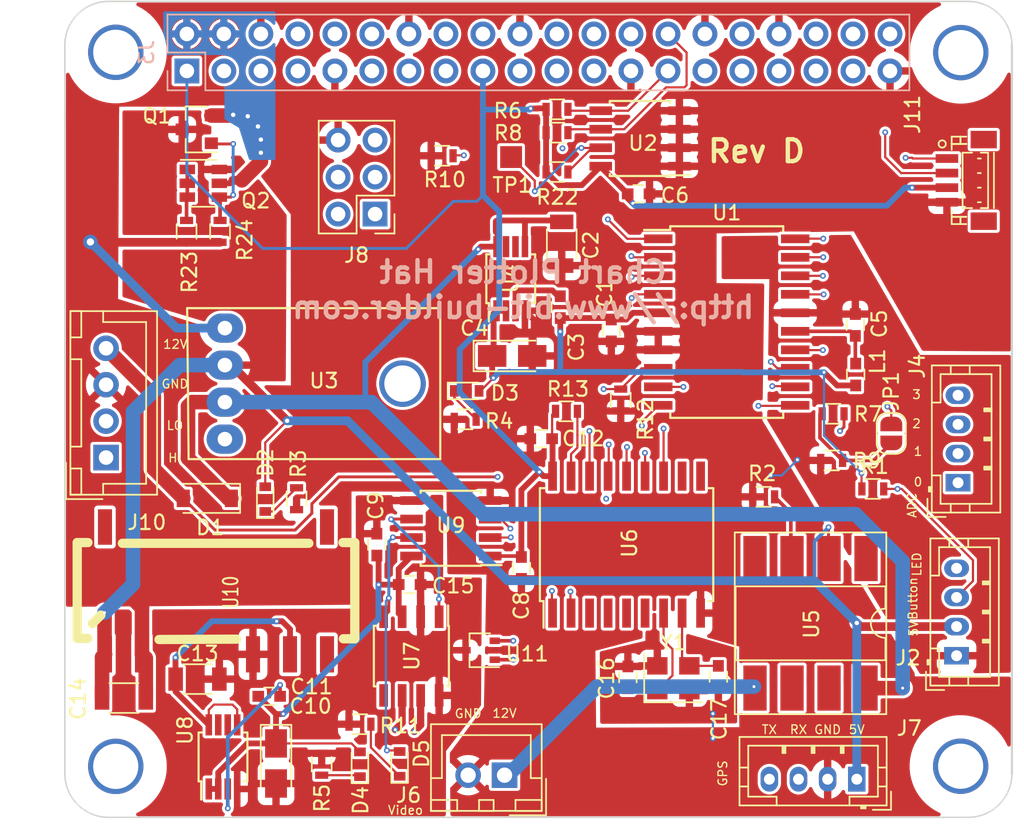
<source format=kicad_pcb>
(kicad_pcb (version 20241229) (generator "pcbnew") (generator_version "9.0")
  (title_block (title "Chart Plotter Hat") (date "2022-06-29") (rev "D") (company "bit-builder.com"))
  (layers (0 "F.Cu" signal) (4 "In1.Cu" signal) (6 "In2.Cu" signal) (2 "B.Cu" signal) (13 "F.Paste" user) (15 "B.Paste" user) (5 "F.SilkS" user "F.Silkscreen") (7 "B.SilkS" user "B.Silkscreen") (1 "F.Mask" user) (3 "B.Mask" user) (25 "Edge.Cuts" user))
  (net 0 "")
  (net 1 "GND")
  (net 2 "/ID_SD_EEPROM")
  (net 3 "/ID_SC_EEPROM")
  (net 4 "+3.3V")
  (net 5 "Net-(U4-BYP)")
  (net 6 "/P5V_HAT")
  (net 7 "+12V")
  (net 8 "XCLR")
  (net 9 "SCL")
  (net 10 "SDA")
  (net 11 "MOSI")
  (net 12 "MISO")
  (net 13 "SCK")
  (net 14 "A0")
  (net 15 "A1")
  (net 16 "A2")
  (net 17 "A3")
  (net 18 "Net-(U1-AVCC)")
  (net 19 "Net-(U8-BYP)")
  (net 20 "BUTTON")
  (net 21 "MCU_RUNNING")
  (net 22 "EN")
  (net 23 "SHUTDOWN")
  (net 24 "Net-(R2-Pad1)")
  (net 25 "SerialRX")
  (net 26 "SerialTX")
  (net 27 "RESET")
  (net 28 "EEPROM")
  (net 29 "EOC")
  (net 30 "Net-(U10-Vout)")
  (net 31 "/12VBAT")
  (net 32 "Net-(U6-OSC2)")
  (net 33 "+5V")
  (net 34 "Net-(U6-OSC1)")
  (net 35 "Net-(D2-K)")
  (net 36 "Net-(D3-K)")
  (net 37 "CAN_CS")
  (net 38 "CAN_INT")
  (net 39 "Net-(D4-K)")
  (net 40 "Net-(D5-A)")
  (net 41 "CAN_SCK")
  (net 42 "CAN_SI")
  (net 43 "CAN_SO")
  (net 44 "VEE")
  (net 45 "CAN_HI")
  (net 46 "CAN_LO")
  (net 47 "Net-(D5-K)")
  (net 48 "+5VP")
  (net 50 "LED1")
  (net 51 "AVR_CS")
  (net 52 "GND2")
  (net 61 "Net-(J6-Pin_1)")
  (net 63 "Net-(JP1-B)")
  (net 64 "Net-(Q1-G)")
  (net 65 "Net-(Q2A-B)")
  (net 66 "Net-(U6-~{RESET})")
  (net 73 "Net-(U6-RXCAN)")
  (net 75 "Net-(U6-TXCAN)")
  (net 81 "Net-(U7-TXD)")
  (footprint "project_footprints:NPTH_3mm_ID" (layer "F.Cu") (at 82.04 64.31)
    (property "Reference" "H1")
    (property "Value" "3mm_Mounting_Hole" (hide yes))
  )
  (footprint "project_footprints:NPTH_3mm_ID" (layer "F.Cu") (at 140.04 64.33)
    (property "Reference" "H2")
    (property "Value" "3mm_Mounting_Hole" (hide yes))
  )
  (footprint "project_footprints:NPTH_3mm_ID" (layer "F.Cu") (at 82.04 113.32)
    (property "Reference" "H3")
    (property "Value" "3mm_Mounting_Hole" (hide yes))
  )
  (footprint "project_footprints:NPTH_3mm_ID" (layer "F.Cu") (at 140.03 113.31)
    (property "Reference" "H4")
    (property "Value" "3mm_Mounting_Hole" (hide yes))
  )
  (footprint "Resistors_SMD:R_0603" (layer "F.Cu") (at 86.9 76.6 -90)
    (property "Reference" "R23")
    (property "Value" "10K")
  )
  (footprint "Resistors_SMD:R_0603" (layer "F.Cu") (at 89.2 76.6 -90)
    (property "Reference" "R24")
    (property "Value" "47K")
  )
  (footprint "Resistors_SMD:R_0603" (layer "F.Cu") (at 112.325 72.525)
    (property "Reference" "R22")
    (property "Value" "10K")
  )
  (footprint "Resistors_SMD:R_0603" (layer "F.Cu") (at 112.325 69.825)
    (property "Reference" "R8")
    (property "Value" "3.9K")
  )
  (footprint "Package_TO_SOT_SMD:SOT-23-6" (layer "F.Cu") (at 88.05 73.3)
    (property "Reference" "Q2")
    (property "Value" "DMMT5401")
  )
  (footprint "Package_TO_SOT_SMD:SOT-23" (layer "F.Cu") (at 87.6 69.6 180)
    (property "Reference" "Q1")
    (property "Value" "DMG2305UX")
  )
  (footprint "Package_SOIC:SOIC-8_3.9x4.9mm_P1.27mm" (layer "F.Cu") (at 118.025 70.225 180)
    (property "Reference" "U2")
    (property "Value" "CAT24C32")
  )
  (footprint "Resistors_SMD:R_0603" (layer "F.Cu") (at 112.325 68.225)
    (property "Reference" "R6")
    (property "Value" "3.9K")
  )
  (footprint "Capacitors_SMD:C_0603" (layer "F.Cu") (at 116.05 83.4 -90)
    (property "Reference" "C1")
    (property "Value" ".1uF")
  )
  (footprint "Capacitors_SMD:C_1206" (layer "F.Cu") (at 112.65 77.45 -90)
    (property "Reference" "C2")
    (property "Value" "1uF")
  )
  (footprint "Capacitors_SMD:C_0603" (layer "F.Cu") (at 112.55 81.8 90)
    (property "Reference" "C3")
    (property "Value" ".01uF")
  )
  (footprint "Capacitors_Tantalum_SMD:CP_Tantalum_Case-A_EIA-3216-18_Reflow" (layer "F.Cu") (at 109.25 85.15)
    (property "Reference" "C4")
    (property "Value" "10uF")
  )
  (footprint "Housings_SSOP:MSOP-8_3x3mm_Pitch0.65mm" (layer "F.Cu") (at 109.15 79.85 90)
    (property "Reference" "U4")
    (property "Value" "LT1762EMS8-3.3")
  )
  (footprint "Resistors_SMD:R_0603" (layer "F.Cu") (at 134 94.275)
    (property "Reference" "R1")
    (property "Value" "10K")
  )
  (footprint "Capacitors_SMD:C_0603" (layer "F.Cu") (at 132.8 83.025 90)
    (property "Reference" "C5")
    (property "Value" ".1uF")
  )
  (footprint "Resistors_SMD:R_0603" (layer "F.Cu") (at 126.51 94.82 180)
    (property "Reference" "R2")
    (property "Value" "1.6K")
  )
  (footprint "Connectors_JST:JST_XH_B02B-XH-A_02x2.50mm_Straight" (layer "F.Cu") (at 108.725 113.925 180)
    (property "Reference" "J6")
    (property "Value" "JST XH")
  )
  (footprint "Connectors_JST:JST_PH_B4B-PH-K_04x2.00mm_Straight" (layer "F.Cu") (at 132.9 114.2 180)
    (property "Reference" "J7")
    (property "Value" "JST PH")
  )
  (footprint "Pin_Headers:Pin_Header_Straight_2x03_Pitch2.54mm" (layer "F.Cu") (at 99.84 75.415 180)
    (property "Reference" "J8")
    (property "Value" "Conn_02x03_Odd_Even")
  )
  (footprint "Capacitors_SMD:C_0603" (layer "F.Cu") (at 117.925 74.025)
    (property "Reference" "C6")
    (property "Value" ".1uF")
  )
  (footprint "Housings_DIP:DIP-8_W8.89mm_SMDSocket_LongPads" (layer "F.Cu") (at 129.725 103.5 -90)
    (property "Reference" "U5")
    (property "Value" "G3VM-201FR")
  )
  (footprint "Connectors_JST:JST_PH_B4B-PH-K_04x2.00mm_Straight" (layer "F.Cu") (at 139.85 93.85 90)
    (property "Reference" "J4")
    (property "Value" "JST PH")
  )
  (footprint "Resistors_SMD:R_0603" (layer "F.Cu") (at 104.44 71.41)
    (property "Reference" "R10")
    (property "Value" "10K")
  )
  (footprint "Diodes_SMD:D_SOD-123" (layer "F.Cu") (at 88.325 94.925 180)
    (property "Reference" "D1")
    (property "Value" "PMEG3020EH")
  )
  (footprint "CustomComponents:SolderJumper-2_P1.3mm_Open_RoundedPad1.0x1.5mm" (layer "F.Cu") (at 135.27 90.47 -90)
    (property "Reference" "JP1")
    (property "Value" "SolderJumper_2_Open")
  )
  (footprint "Capacitors_SMD:C_0603" (layer "F.Cu") (at 132.825 86.425 -90)
    (property "Reference" "L1")
    (property "Value" "10uH")
  )
  (footprint "Resistors_SMD:R_0603" (layer "F.Cu") (at 131.275 89.12 180)
    (property "Reference" "R7")
    (property "Value" "39K")
  )
  (footprint "Resistors_SMD:R_0603" (layer "F.Cu") (at 131.175 92.32)
    (property "Reference" "R9")
    (property "Value" "12K")
  )
  (footprint "Capacitors_SMD:C_0603" (layer "F.Cu") (at 111.24 90.83 180)
    (property "Reference" "C12")
    (property "Value" ".1uF")
  )
  (footprint "Capacitors_SMD:C_0603" (layer "F.Cu") (at 102.21 100.84)
    (property "Reference" "C15")
    (property "Value" ".1uF")
  )
  (footprint "Capacitors_SMD:C_0603" (layer "F.Cu") (at 117.19 107.21 90)
    (property "Reference" "C16")
    (property "Value" "18pF")
  )
  (footprint "Capacitors_SMD:C_0603" (layer "F.Cu") (at 123.4 107.17 -90)
    (property "Reference" "C17")
    (property "Value" "18pF")
  )
  (footprint "Housings_SOIC:SOIC-18W_7.5x11.6mm_Pitch1.27mm" (layer "F.Cu") (at 117.1 98.1 90)
    (property "Reference" "U6")
    (property "Value" "MCP2515-xSO")
  )
  (footprint "Housings_SOIC:SOIC-8_3.9x4.9mm_Pitch1.27mm" (layer "F.Cu") (at 102.33 105.75 -90)
    (property "Reference" "U7")
    (property "Value" "MCP2551-I-SN")
  )
  (footprint "Crystals:Crystal_SMD_TXC_7M-4pin_3.2x2.5mm" (layer "F.Cu") (at 120.31 107.27)
    (property "Reference" "Y1")
    (property "Value" "16MHz")
  )
  (footprint "Capacitors_SMD:C_0603" (layer "F.Cu") (at 109.88 99.7 -90)
    (property "Reference" "C8")
    (property "Value" ".1uF")
  )
  (footprint "Capacitors_SMD:C_0603" (layer "F.Cu") (at 99.96 98.1 90)
    (property "Reference" "C9")
    (property "Value" ".1uF")
  )
  (footprint "Housings_SOIC:SOIC-8_3.9x4.9mm_Pitch1.27mm" (layer "F.Cu") (at 105.04 96.98 180)
    (property "Reference" "U9")
    (property "Value" "ADuM1281CRZ")
  )
  (footprint "Capacitors_Tantalum_SMD:CP_Tantalum_Case-A_EIA-3216-18_Reflow" (layer "F.Cu") (at 93.04 113.12 -90)
    (property "Reference" "C10")
    (property "Value" "10uF")
  )
  (footprint "Capacitors_SMD:C_0603" (layer "F.Cu") (at 92.57 108.51)
    (property "Reference" "C11")
    (property "Value" ".01uF")
  )
  (footprint "Housings_SSOP:MSOP-8_3x3mm_Pitch0.65mm" (layer "F.Cu") (at 89.4 112.67 90)
    (property "Reference" "U8")
    (property "Value" "LT1762EMS8-5")
  )
  (footprint "Capacitors_SMD:C_1206" (layer "F.Cu") (at 82.6 108.63)
    (property "Reference" "C14")
    (property "Value" "2.2uF")
  )
  (footprint "CustomComponents:Adafruit_MPM3610" (layer "F.Cu") (at 89.53 87.05 -90)
    (property "Reference" "U3")
    (property "Value" "MPM3610-5.0-adafruit")
  )
  (footprint "Capacitors_SMD:C_1206" (layer "F.Cu") (at 87.65 107.33)
    (property "Reference" "C13")
    (property "Value" "1uF")
  )
  (footprint "TO_SOT_Packages_SMD:SOT-323_SC-70" (layer "F.Cu") (at 107.05 105.35 180)
    (property "Reference" "U11")
    (property "Value" "VCAN26A2")
  )
  (footprint "Diodes_SMD:D_0603" (layer "F.Cu") (at 92.3 94.975 90)
    (property "Reference" "D2")
    (property "Value" "RED")
  )
  (footprint "Diodes_SMD:D_0603" (layer "F.Cu") (at 106.125 87.55)
    (property "Reference" "D3")
    (property "Value" "RED")
  )
  (footprint "Diodes_SMD:D_0603" (layer "F.Cu") (at 98.8 113.175 90)
    (property "Reference" "D4")
    (property "Value" "RED")
  )
  (footprint "Diodes_SMD:D_0603" (layer "F.Cu") (at 101.525 113.15 90)
    (property "Reference" "D5")
    (property "Value" "GRN")
  )
  (footprint "Resistors_SMD:R_0603" (layer "F.Cu") (at 94.45 94.95 90)
    (property "Reference" "R3")
    (property "Value" "390")
  )
  (footprint "Resistors_SMD:R_0603" (layer "F.Cu") (at 106.025 89.5)
    (property "Reference" "R4")
    (property "Value" "220")
  )
  (footprint "Resistors_SMD:R_0603" (layer "F.Cu") (at 96.175 113.175 -90)
    (property "Reference" "R5")
    (property "Value" "390")
  )
  (footprint "Resistors_SMD:R_0603" (layer "F.Cu") (at 98.8 110.425)
    (property "Reference" "R11")
    (property "Value" "300")
  )
  (footprint "Connectors_JST:JST_SH_BM04B-SRSS-TB_04x1.00mm_Straight" (layer "F.Cu") (at 140.35 73.1 -90)
    (property "Reference" "J11")
    (property "Value" "Qwiic")
  )
  (footprint "Resistors_SMD:R_0603" (layer "F.Cu") (at 116.7 88.175 90)
    (property "Reference" "R12")
    (property "Value" "1.6K")
  )
  (footprint "Measurement_Points:Measurement_Point_Square-SMD-Pad_Small" (layer "F.Cu") (at 109.175 71.5)
    (property "Reference" "TP1")
    (property "Value" "EEPROM Write")
  )
  (footprint "Resistors_SMD:R_0603" (layer "F.Cu") (at 112.975 88.95 180)
    (property "Reference" "R13")
    (property "Value" "100K")
  )
  (footprint "Connectors_JST:JST_XH_B04B-XH-A_04x2.50mm_Straight" (layer "F.Cu") (at 81.375 92.125 90)
    (property "Reference" "J10")
    (property "Value" "JST XH")
  )
  (footprint "CustomComponents:DCP01B_SO_7_14" (layer "F.Cu") (at 88.92 101.26 90)
    (property "Reference" "U10")
    (property "Value" "DCP010505BP-U")
  )
  (footprint "Housings_SOIC:SOIC-20W_7.5x12.8mm_Pitch1.27mm" (layer "F.Cu") (at 123.975 82.825)
    (property "Reference" "U1")
    (property "Value" "ATtiny261A-SU")
  )
  (footprint "Connectors_JST:JST_PH_B4B-PH-K_04x2.00mm_Straight" (layer "F.Cu") (at 139.75 105.725 90)
    (property "Reference" "J2")
    (property "Value" "JST PH")
  )
  (footprint "Connector_PinSocket_2.54mm:PinSocket_2x20_P2.54mm_Vertical" (layer "B.Cu") (at 86.92 65.59 -90)
    (property "Reference" "J3")
    (property "Value" "40HAT")
  )
  (gr_line (start 143.546351 113.822847) (end 143.546356 63.817611) (stroke (width 0.15)) (layer "Edge.Cuts"))
  (gr_arc (start 81.546356 116.817611) (mid 79.425036 115.938931) (end 78.546356 113.817611) (stroke (width 0.1)) (layer "Edge.Cuts"))
  (gr_arc (start 140.546356 60.817611) (mid 142.667676 61.696291) (end 143.546356 63.817611) (stroke (width 0.1)) (layer "Edge.Cuts"))
  (gr_line (start 78.546356 63.817611) (end 78.546356 113.817611) (stroke (width 0.1)) (layer "Edge.Cuts"))
  (gr_line (start 81.546356 116.817611) (end 140.546356 116.817611) (stroke (width 0.1)) (layer "Edge.Cuts"))
  (gr_line (start 140.546356 60.817611) (end 81.546356 60.817611) (stroke (width 0.1)) (layer "Edge.Cuts"))
  (gr_arc (start 78.546356 63.817611) (mid 79.425036 61.696291) (end 81.546356 60.817611) (stroke (width 0.1)) (layer "Edge.Cuts"))
  (gr_arc (start 143.546351 113.822847) (mid 142.665824 115.940781) (end 140.546356 116.817611) (stroke (width 0.1)) (layer "Edge.Cuts"))
  (gr_text "GND" (at 130.9 110.8 0) (layer "F.SilkS") (effects (font (size 0.6 0.6) (thickness 0.09))))
  (gr_text "Button" (at 136.75 101.8 90) (layer "F.SilkS") (effects (font (size 0.6 0.6) (thickness 0.09))))
  (gr_text "5V" (at 136.8 103.85 90) (layer "F.SilkS") (effects (font (size 0.6 0.6) (thickness 0.09))))
  (gr_text "HI" (at 86.1 92.15 0) (layer "F.SilkS") (effects (font (size 0.6 0.6) (thickness 0.09))))
  (gr_text "GPS" (at 123.7 113.8 90) (layer "F.SilkS") (effects (font (size 0.6 0.6) (thickness 0.09))))
  (gr_text "LO" (at 86.1 89.925 0) (layer "F.SilkS") (effects (font (size 0.6 0.6) (thickness 0.09))))
  (gr_text "0" (at 137.1 93.8 0) (layer "F.SilkS") (effects (font (size 0.6 0.6) (thickness 0.09))))
  (gr_text "RX" (at 128.9 110.8 0) (layer "F.SilkS") (effects (font (size 0.6 0.6) (thickness 0.09))))
  (gr_text "GND" (at 106.225 109.7 0) (layer "F.SilkS") (effects (font (size 0.6 0.6) (thickness 0.09))))
  (gr_text "12V" (at 86.125 84.35 0) (layer "F.SilkS") (effects (font (size 0.6 0.6) (thickness 0.09))))
  (gr_text "TX" (at 126.9 110.8 0) (layer "F.SilkS") (effects (font (size 0.6 0.6) (thickness 0.09))))
  (gr_text "12V" (at 108.725 109.675 0) (layer "F.SilkS") (effects (font (size 0.6 0.6) (thickness 0.09))))
  (gr_text "2" (at 137 89.8 0) (layer "F.SilkS") (effects (font (size 0.6 0.6) (thickness 0.09))))
  (gr_text "1" (at 137.1 91.7 0) (layer "F.SilkS") (effects (font (size 0.6 0.6) (thickness 0.09))))
  (gr_text "GND" (at 86.1 87.075 0) (layer "F.SilkS") (effects (font (size 0.6 0.6) (thickness 0.09))))
  (gr_text "ADC" (at 136.7 95.4 90) (layer "F.SilkS") (effects (font (size 0.6 0.6) (thickness 0.09))))
  (gr_text "5V" (at 132.9 110.8 0) (layer "F.SilkS") (effects (font (size 0.6 0.6) (thickness 0.09))))
  (gr_text "3" (at 137 87.8 0) (layer "F.SilkS") (effects (font (size 0.6 0.6) (thickness 0.09))))
  (gr_text "Video" (at 101.925 116.325 0) (layer "F.SilkS") (effects (font (size 0.6 0.6) (thickness 0.09))))
  (gr_text "LED" (at 137.025 99.45 90) (layer "F.SilkS") (effects (font (size 0.6 0.6) (thickness 0.09))))
  (gr_text "Rev D" (at 126.025 71.1 0) (layer "F.SilkS") (effects (font (size 1.5 1.5) (thickness 0.3))))
  (gr_text "Chart Plotter Hat\nhttp://www.bit-builder.com" (at 110 80.6 0) (layer "B.SilkS") (effects (font (size 1.5 1.5) (thickness 0.3)) (justify mirror)))
  (segment (start 80.325 77.35) (end 80.3 77.325) (width 0.6) (layer "F.Cu") (net 1))
  (segment (start 84.1 108.63) (end 84.1 105.8888) (width 1) (layer "F.Cu") (net 1))
  (segment (start 138.9875 74.7) (end 139.0875 74.6) (width 0.15) (layer "F.Cu") (net 1))
  (segment (start 110.725 85.05) (end 110.725 82.65) (width 0.4) (layer "F.Cu") (net 1))
  (segment (start 84.1 105.8888) (end 83.84 105.6288) (width 1) (layer "F.Cu") (net 1))
  (segment (start 83.84 102.45) (end 81.48 100.09) (width 1) (layer "F.Cu") (net 1))
  (segment (start 86.9 77.35) (end 80.325 77.35) (width 0.6) (layer "F.Cu") (net 1))
  (segment (start 83.84 105.6288) (end 83.84 102.45) (width 1) (layer "F.Cu") (net 1))
  (segment (start 119.275 83.46) (end 119.275 84.73) (width 0.15) (layer "F.Cu") (net 1))
  (segment (start 86.9 77.35) (end 89.2 77.35) (width 0.6) (layer "F.Cu") (net 1))
  (segment (start 110.725 82.65) (end 110.125 82.05) (width 0.4) (layer "F.Cu") (net 1))
  (via (at 123.025 109.7) (size 0.4) (drill 0.2) (layers "F.Cu" "B.Cu") (net 1))
  (via (at 128.825 92.275) (size 0.4) (drill 0.2) (layers "F.Cu" "B.Cu") (net 1))
  (via (at 123.025 111.400004) (size 0.4) (drill 0.2) (layers "F.Cu" "B.Cu") (net 1))
  (via (at 80.3 77.325) (size 1) (drill 0.5) (layers "F.Cu" "B.Cu") (net 1))
  (via (at 127 93.35) (size 0.4) (drill 0.2) (layers "F.Cu" "B.Cu") (net 1))
  (segment (start 127.75 93.35) (end 128.825 92.275) (width 0.15) (layer "B.Cu") (net 1))
  (segment (start 86.215 83.24) (end 80.3 77.325) (width 0.6) (layer "B.Cu") (net 1))
  (segment (start 89.53 83.24) (end 86.215 83.24) (width 0.6) (layer "B.Cu") (net 1))
  (segment (start 123.025 109.7) (end 123.025 111.400004) (width 0.15) (layer "B.Cu") (net 1))
  (segment (start 127 93.35) (end 127.75 93.35) (width 0.15) (layer "B.Cu") (net 1))
  (segment (start 115.325 68.32) (end 117.21 68.32) (width 0.15) (layer "F.Cu") (net 2))
  (segment (start 115.325 68.32) (end 113.17 68.32) (width 0.15) (layer "F.Cu") (net 2))
  (segment (start 113.17 68.32) (end 113.075 68.225) (width 0.15) (layer "F.Cu") (net 2))
  (segment (start 117.21 68.32) (end 119.94 65.59) (width 0.15) (layer "F.Cu") (net 2))
  (segment (start 113.31 69.59) (end 113.075 69.825) (width 0.15) (layer "F.Cu") (net 3))
  (segment (start 119.809999 66.715001) (end 116.935 69.59) (width 0.15) (layer "F.Cu") (net 3))
  (segment (start 121.21896 66.57104) (end 121.074999 66.715001) (width 0.15) (layer "F.Cu") (net 3))
  (segment (start 121.21896 64.32896) (end 121.21896 66.57104) (width 0.15) (layer "F.Cu") (net 3))
  (segment (start 116.935 69.59) (end 116.16 69.59) (width 0.15) (layer "F.Cu") (net 3))
  (segment (start 121.074999 66.715001) (end 119.809999 66.715001) (width 0.15) (layer "F.Cu") (net 3))
  (segment (start 116.16 69.59) (end 115.325 69.59) (width 0.15) (layer "F.Cu") (net 3))
  (segment (start 115.325 69.59) (end 113.31 69.59) (width 0.15) (layer "F.Cu") (net 3))
  (segment (start 119.94 63.05) (end 121.21896 64.32896) (width 0.15) (layer "F.Cu") (net 3))
  (segment (start 112.55 82.55) (end 112.55 83.48) (width 0.4) (layer "F.Cu") (net 4))
  (segment (start 107.875 85.15) (end 107.875 86.575) (width 0.4) (layer "F.Cu") (net 4))
  (segment (start 107.875 86.575) (end 107.96 86.66) (width 0.4) (layer "F.Cu") (net 4))
  (segment (start 117.075 82.65) (end 117.535 82.19) (width 0.4) (layer "F.Cu") (net 4))
  (segment (start 107.07 87.55) (end 107.96 86.66) (width 0.15) (layer "F.Cu") (net 4))
  (segment (start 112.55 82.55) (end 115.95 82.55) (width 0.4) (layer "F.Cu") (net 4))
  (segment (start 132.825 87.175) (end 131.54999 87.175) (width 0.4) (layer "F.Cu") (net 4))
  (segment (start 108.175 82.05) (end 108.825 82.05) (width 0.4) (layer "F.Cu") (net 4))
  (segment (start 133.225 94.25) (end 133.25 94.275) (width 0.15) (layer "F.Cu") (net 4))
  (segment (start 116.05 82.65) (end 117.075 82.65) (width 0.4) (layer "F.Cu") (net 4))
  (segment (start 107.975 85.05) (end 107.975 82.25) (width 0.4) (layer "F.Cu") (net 4))
  (segment (start 131.54999 87.175) (end 130.649995 86.275005) (width 0.4) (layer "F.Cu") (net 4))
  (segment (start 115.95 82.55) (end 116.05 82.65) (width 0.4) (layer "F.Cu") (net 4))
  (segment (start 117.535 82.19) (end 119.275 82.19) (width 0.4) (layer "F.Cu") (net 4))
  (segment (start 133.225 93.2) (end 133.225 94.25) (width 0.15) (layer "F.Cu") (net 4))
  (segment (start 106.975 87.55) (end 107.07 87.55) (width 0.15) (layer "F.Cu") (net 4))
  (segment (start 107.975 85.05) (end 107.975 82.9) (width 0.4) (layer "F.Cu") (net 4))
  (segment (start 107.975 82.25) (end 108.175 82.05) (width 0.4) (layer "F.Cu") (net 4))
  (via (at 107.96 86.66) (size 0.4) (drill 0.2) (layers "F.Cu" "B.Cu") (net 4))
  (via (at 133.225 93.2) (size 0.4) (drill 0.2) (layers "F.Cu" "B.Cu") (net 4))
  (via (at 112.55 83.48) (size 0.4) (drill 0.2) (layers "F.Cu" "B.Cu") (net 4))
  (via (at 130.649995 86.275005) (size 0.4) (drill 0.2) (layers "F.Cu" "B.Cu") (net 4))
  (segment (start 112.55 86.24) (end 112.56 86.25) (width 0.4) (layer "B.Cu") (net 4))
  (segment (start 130.649995 86.275005) (end 130.649995 90.624995) (width 0.15) (layer "B.Cu") (net 4))
  (segment (start 125.061999 86.275005) (end 130.649995 86.275005) (width 0.4) (layer "B.Cu") (net 4))
  (segment (start 130.649995 90.624995) (end 133.225 93.2) (width 0.15) (layer "B.Cu") (net 4))
  (segment (start 107.96 86.66) (end 108.37 86.25) (width 0.4) (layer "B.Cu") (net 4))
  (segment (start 112.55 83.48) (end 112.55 86.24) (width 0.4) (layer "B.Cu") (net 4))
  (segment (start 112.56 86.25) (end 125.036994 86.25) (width 0.4) (layer "B.Cu") (net 4))
  (segment (start 125.036994 86.25) (end 125.061999 86.275005) (width 0.4) (layer "B.Cu") (net 4))
  (segment (start 108.37 86.25) (end 112.56 86.25) (width 0.4) (layer "B.Cu") (net 4))
  (segment (start 109.475 82.05) (end 109.475 80.725) (width 0.4) (layer "F.Cu") (net 5))
  (segment (start 112 80.65) (end 112.55 81.2) (width 0.4) (layer "F.Cu") (net 5))
  (segment (start 109.475 80.725) (end 109.55 80.65) (width 0.4) (layer "F.Cu") (net 5))
  (segment (start 109.55 80.65) (end 112 80.65) (width 0.4) (layer "F.Cu") (net 5))
  (segment (start 91.8 69.4) (end 92 69.6) (width 1) (layer "F.Cu") (net 6))
  (segment (start 89.35 73.3) (end 89.88 73.3) (width 0.4) (layer "F.Cu") (net 6))
  (segment (start 90.7 68.6) (end 91 68.6) (width 1) (layer "F.Cu") (net 6))
  (segment (start 90.7 73.1) (end 90.08 73.1) (width 0.6) (layer "F.Cu") (net 6))
  (segment (start 91 68.6) (end 91.8 69.4) (width 1) (layer "F.Cu") (net 6))
  (segment (start 89.88 73.3) (end 90.08 73.1) (width 0.4) (layer "F.Cu") (net 6))
  (segment (start 92 69.6) (end 92 71.8) (width 1) (layer "F.Cu") (net 6))
  (segment (start 88.6 68.65) (end 90.65 68.65) (width 1) (layer "F.Cu") (net 6))
  (segment (start 92 71.8) (end 90.7 73.1) (width 1) (layer "F.Cu") (net 6))
  (via (at 90.1 68.6) (size 0.6) (drill 0.3) (layers "F.Cu" "B.Cu") (net 6))
  (via (at 92 71.2) (size 0.6) (drill 0.3) (layers "F.Cu" "B.Cu") (net 6))
  (via (at 91.8 69.4) (size 0.6) (drill 0.3) (layers "F.Cu" "B.Cu") (net 6))
  (via (at 92 70.3) (size 0.6) (drill 0.3) (layers "F.Cu" "B.Cu") (net 6))
  (via (at 91.1 68.7) (size 0.6) (drill 0.3) (layers "F.Cu" "B.Cu") (net 6))
  (segment (start 108.175 75.925) (end 108.175 76.625) (width 0.5) (layer "F.Cu") (net 7))
  (segment (start 110.125 75.925) (end 110.125 77.65) (width 0.4) (layer "F.Cu") (net 7))
  (segment (start 87 88.6) (end 87.28 88.32) (width 1) (layer "F.Cu") (net 7))
  (segment (start 87.28 88.32) (end 89.53 88.32) (width 1) (layer "F.Cu") (net 7))
  (segment (start 108.175 75.925) (end 108.25 75.85) (width 0.4) (layer "F.Cu") (net 7))
  (segment (start 107.1 77.65) (end 106.914117 77.835883) (width 0.4) (layer "F.Cu") (net 7))
  (segment (start 136.05 107.95) (end 133.54 107.95) (width 1) (layer "F.Cu") (net 7))
  (segment (start 89.975 94.925) (end 89.75 94.925) (width 1) (layer "F.Cu") (net 7))
  (segment (start 108.25 75.85) (end 110.05 75.85) (width 0.4) (layer "F.Cu") (net 7))
  (segment (start 108.175 77.65) (end 107.1 77.65) (width 0.4) (layer "F.Cu") (net 7))
  (segment (start 89.75 94.925) (end 87 92.175) (width 1) (layer "F.Cu") (net 7))
  (segment (start 87 92.175) (end 87 88.6) (width 1) (layer "F.Cu") (net 7))
  (segment (start 112.55 75.85) (end 112.65 75.95) (width 0.4) (layer "F.Cu") (net 7))
  (segment (start 110.05 75.85) (end 110.125 75.925) (width 0.4) (layer "F.Cu") (net 7))
  (segment (start 133.54 107.95) (end 133.535 107.945) (width 1) (layer "F.Cu") (net 7))
  (segment (start 110.05 75.85) (end 112.55 75.85) (width 0.4) (layer "F.Cu") (net 7))
  (segment (start 108.175 77.65) (end 108.175 76.625) (width 0.25) (layer "F.Cu") (net 7))
  (via (at 106.914117 77.835883) (size 0.4) (drill 0.2) (layers "F.Cu" "B.Cu") (net 7))
  (via (at 136.05 107.95) (size 0.4) (drill 0.2) (layers "F.Cu" "B.Cu") (net 7))
  (segment (start 99.17 88.32) (end 99.587998 88.32) (width 1) (layer "B.Cu") (net 7))
  (segment (start 136.05 99.25) (end 136.05 107.95) (width 1) (layer "B.Cu") (net 7))
  (segment (start 107.277997 96.009999) (end 132.809999 96.009999) (width 1) (layer "B.Cu") (net 7))
  (segment (start 132.809999 96.009999) (end 136.05 99.25) (width 1) (layer "B.Cu") (net 7))
  (segment (start 99.17 88.32) (end 99.17 85.58) (width 0.4) (layer "B.Cu") (net 7))
  (segment (start 89.53 88.32) (end 99.17 88.32) (width 1) (layer "B.Cu") (net 7))
  (segment (start 99.587998 88.32) (end 107.277997 96.009999) (width 1) (layer "B.Cu") (net 7))
  (segment (start 99.17 85.58) (end 106.914117 77.835883) (width 0.4) (layer "B.Cu") (net 7))
  (segment (start 136.7 71.55) (end 136.75 71.6) (width 0.15) (layer "F.Cu") (net 9))
  (segment (start 136.25 71.55) (end 136.7 71.55) (width 0.15) (layer "F.Cu") (net 9))
  (segment (start 136.75 71.6) (end 139.0875 71.6) (width 0.15) (layer "F.Cu") (net 9))
  (via (at 136.25 71.55) (size 0.4) (drill 0.2) (layers "F.Cu" "B.Cu") (net 9))
  (segment (start 134.85 71.5) (end 135.95 72.6) (width 0.15) (layer "F.Cu") (net 10))
  (segment (start 135.95 72.6) (end 139.0875 72.6) (width 0.15) (layer "F.Cu") (net 10))
  (segment (start 134.85 69.8) (end 134.85 71.5) (width 0.15) (layer "F.Cu") (net 10))
  (via (at 134.85 69.8) (size 0.4) (drill 0.2) (layers "F.Cu" "B.Cu") (net 10))
  (segment (start 117.149127 77.11) (end 115.814117 75.77499) (width 0.15) (layer "F.Cu") (net 11))
  (segment (start 119.275 77.11) (end 117.149127 77.11) (width 0.15) (layer "F.Cu") (net 11))
  (via (at 115.814117 75.77499) (size 0.4) (drill 0.2) (layers "F.Cu" "B.Cu") (net 11))
  (segment (start 119.275 78.38) (end 117.505 78.38) (width 0.15) (layer "F.Cu") (net 12))
  (segment (start 117.505 78.38) (end 117.425 78.3) (width 0.15) (layer "F.Cu") (net 12))
  (via (at 112.7 70.9) (size 0.4) (drill 0.2) (layers "F.Cu" "B.Cu") (net 12))
  (via (at 117.425 78.3) (size 0.4) (drill 0.2) (layers "F.Cu" "B.Cu") (net 12))
  (segment (start 119.275 79.65) (end 117.525002 79.65) (width 0.15) (layer "F.Cu") (net 13))
  (segment (start 117.525002 79.65) (end 117.450002 79.725) (width 0.15) (layer "F.Cu") (net 13))
  (via (at 117.450002 79.725) (size 0.4) (drill 0.2) (layers "F.Cu" "B.Cu") (net 13))
  (segment (start 128.685 77.1) (end 128.675 77.11) (width 0.15) (layer "F.Cu") (net 14))
  (segment (start 130.6 77.1) (end 128.685 77.1) (width 0.15) (layer "F.Cu") (net 14))
  (via (at 130.6 77.1) (size 0.4) (drill 0.2) (layers "F.Cu" "B.Cu") (net 14))
  (segment (start 130.6 78.375) (end 128.68 78.375) (width 0.15) (layer "F.Cu") (net 15))
  (segment (start 128.68 78.375) (end 128.675 78.38) (width 0.15) (layer "F.Cu") (net 15))
  (via (at 130.6 78.375) (size 0.4) (drill 0.2) (layers "F.Cu" "B.Cu") (net 15))
  (segment (start 130.575 79.65) (end 128.675 79.65) (width 0.15) (layer "F.Cu") (net 16))
  (via (at 130.575 79.65) (size 0.4) (drill 0.2) (layers "F.Cu" "B.Cu") (net 16))
  (segment (start 135.27 88.895) (end 135 88.625) (width 0.15) (layer "F.Cu") (net 17))
  (segment (start 135.27 89.82) (end 135.27 88.895) (width 0.15) (layer "F.Cu") (net 17))
  (segment (start 130.625 80.925) (end 128.68 80.925) (width 0.15) (layer "F.Cu") (net 17))
  (segment (start 128.68 80.925) (end 128.675 80.92) (width 0.15) (layer "F.Cu") (net 17))
  (via (at 130.625 80.925) (size 0.4) (drill 0.2) (layers "F.Cu" "B.Cu") (net 17))
  (via (at 135 88.625) (size 0.4) (drill 0.2) (layers "F.Cu" "B.Cu") (net 17))
  (segment (start 132.485 83.46) (end 132.8 83.775) (width 0.25) (layer "F.Cu") (net 18))
  (segment (start 128.675 83.46) (end 132.485 83.46) (width 0.25) (layer "F.Cu") (net 18))
  (segment (start 132.8 83.775) (end 132.8 85.65) (width 0.25) (layer "F.Cu") (net 18))
  (segment (start 132.8 85.65) (end 132.825 85.675) (width 0.25) (layer "F.Cu") (net 18))
  (segment (start 93.32 107.73) (end 93.32 108.51) (width 0.25) (layer "F.Cu") (net 19))
  (segment (start 89.725 116.195) (end 89.73 116.2) (width 0.25) (layer "F.Cu") (net 19))
  (segment (start 89.725 114.87) (end 89.725 116.195) (width 0.25) (layer "F.Cu") (net 19))
  (via (at 89.73 116.2) (size 0.4) (drill 0.2) (layers "F.Cu" "B.Cu") (net 19))
  (via (at 93.32 107.73) (size 0.4) (drill 0.2) (layers "F.Cu" "B.Cu") (net 19))
  (segment (start 89.73 116.2) (end 89.73 111.32) (width 0.25) (layer "B.Cu") (net 19))
  (segment (start 89.73 111.32) (end 93.32 107.73) (width 0.25) (layer "B.Cu") (net 19))
  (segment (start 119.28 87.275) (end 119.275 87.27) (width 0.15) (layer "F.Cu") (net 20))
  (segment (start 121 87.275) (end 119.28 87.275) (width 0.15) (layer "F.Cu") (net 20))
  (segment (start 140.87501 100.59999) (end 140.87501 99.167168) (width 0.15) (layer "F.Cu") (net 20))
  (segment (start 140.87501 99.167168) (end 135.982842 94.275) (width 0.15) (layer "F.Cu") (net 20))
  (segment (start 139.75 101.725) (end 140.87501 100.59999) (width 0.15) (layer "F.Cu") (net 20))
  (segment (start 135.7 94.275) (end 134.75 94.275) (width 0.15) (layer "F.Cu") (net 20))
  (segment (start 135.982842 94.275) (end 135.7 94.275) (width 0.15) (layer "F.Cu") (net 20))
  (via (at 121 87.275) (size 0.4) (drill 0.2) (layers "F.Cu" "B.Cu") (net 20))
  (via (at 135.7 94.275) (size 0.4) (drill 0.2) (layers "F.Cu" "B.Cu") (net 20))
  (segment (start 128.64 88.575) (end 128.675 88.54) (width 0.15) (layer "F.Cu") (net 21))
  (segment (start 105.93 71.38) (end 105.22 71.38) (width 0.15) (layer "F.Cu") (net 21))
  (segment (start 126.15 88.575) (end 128.64 88.575) (width 0.15) (layer "F.Cu") (net 21))
  (segment (start 105.22 71.38) (end 105.19 71.41) (width 0.15) (layer "F.Cu") (net 21))
  (via (at 105.93 71.38) (size 0.4) (drill 0.2) (layers "F.Cu" "B.Cu") (net 21))
  (via (at 126.15 88.575) (size 0.4) (drill 0.2) (layers "F.Cu" "B.Cu") (net 21))
  (segment (start 115.525 87.425) (end 116.7 87.425) (width 0.15) (layer "F.Cu") (net 22))
  (segment (start 116.7 87.425) (end 118.125 86) (width 0.15) (layer "F.Cu") (net 22))
  (segment (start 118.125 86) (end 119.275 86) (width 0.15) (layer "F.Cu") (net 22))
  (via (at 115.525 87.425) (size 0.4) (drill 0.2) (layers "F.Cu" "B.Cu") (net 22))
  (segment (start 127.45 86) (end 128.675 86) (width 0.15) (layer "F.Cu") (net 23))
  (segment (start 127 85.55) (end 127.45 86) (width 0.15) (layer "F.Cu") (net 23))
  (via (at 127 85.55) (size 0.4) (drill 0.2) (layers "F.Cu" "B.Cu") (net 23))
  (segment (start 127.26 94.82) (end 128.375 95.935) (width 0.25) (layer "F.Cu") (net 24))
  (segment (start 128.375 98.975) (end 128.455 99.055) (width 0.25) (layer "F.Cu") (net 24))
  (segment (start 128.375 95.935) (end 128.375 98.975) (width 0.25) (layer "F.Cu") (net 24))
  (segment (start 118.15 89.95) (end 118.15 89.665) (width 0.15) (layer "F.Cu") (net 27))
  (segment (start 118.15 89.665) (end 119.275 88.54) (width 0.15) (layer "F.Cu") (net 27))
  (via (at 118.15 89.95) (size 0.4) (drill 0.2) (layers "F.Cu" "B.Cu") (net 27))
  (segment (start 127.1 87.225) (end 128.63 87.225) (width 0.15) (layer "F.Cu") (net 28))
  (segment (start 115.31 70.875) (end 115.325 70.86) (width 0.15) (layer "F.Cu") (net 28))
  (segment (start 114 70.875) (end 115.31 70.875) (width 0.15) (layer "F.Cu") (net 28))
  (segment (start 110.8 73.125) (end 109.175 71.5) (width 0.15) (layer "F.Cu") (net 28))
  (segment (start 128.63 87.225) (end 128.675 87.27) (width 0.15) (layer "F.Cu") (net 28))
  (segment (start 114.74 70.86) (end 115.325 70.86) (width 0.15) (layer "F.Cu") (net 28))
  (segment (start 113.075 72.525) (end 114.74 70.86) (width 0.15) (layer "F.Cu") (net 28))
  (segment (start 110.8 73.85) (end 110.8 73.125) (width 0.15) (layer "F.Cu") (net 28))
  (via (at 114 70.875) (size 0.4) (drill 0.2) (layers "F.Cu" "B.Cu") (net 28))
  (via (at 127.1 87.225) (size 0.4) (drill 0.2) (layers "F.Cu" "B.Cu") (net 28))
  (via (at 110.8 73.85) (size 0.4) (drill 0.2) (layers "F.Cu" "B.Cu") (net 28))
  (segment (start 113.775 70.875) (end 114 70.875) (width 0.15) (layer "B.Cu") (net 28))
  (segment (start 110.8 73.85) (end 113.775 70.875) (width 0.15) (layer "B.Cu") (net 28))
  (segment (start 86.14 105.85) (end 86.14 107.32) (width 0.4) (layer "F.Cu") (net 30))
  (segment (start 86.14 107.32) (end 86.15 107.33) (width 0.4) (layer "F.Cu") (net 30))
  (segment (start 94 103.9) (end 93.46 103.36) (width 0.4) (layer "F.Cu") (net 30))
  (segment (start 86.15 108.195) (end 88.425 110.47) (width 0.4) (layer "F.Cu") (net 30))
  (segment (start 90.375 109.405) (end 90.05 109.08) (width 0.15) (layer "F.Cu") (net 30))
  (segment (start 90.375 110.47) (end 90.375 109.405) (width 0.15) (layer "F.Cu") (net 30))
  (segment (start 86.15 107.33) (end 86.15 108.195) (width 0.4) (layer "F.Cu") (net 30))
  (segment (start 94 105.6288) (end 94 103.9) (width 0.4) (layer "F.Cu") (net 30))
  (segment (start 93.46 103.36) (end 93.08 103.36) (width 0.4) (layer "F.Cu") (net 30))
  (segment (start 88.78 109.08) (end 88.425 109.435) (width 0.15) (layer "F.Cu") (net 30))
  (segment (start 88.425 109.435) (end 88.425 110.47) (width 0.15) (layer "F.Cu") (net 30))
  (segment (start 90.05 109.08) (end 88.78 109.08) (width 0.15) (layer "F.Cu") (net 30))
  (via (at 86.14 105.85) (size 0.4) (drill 0.2) (layers "F.Cu" "B.Cu") (net 30))
  (via (at 93.08 103.36) (size 0.4) (drill 0.2) (layers "F.Cu" "B.Cu") (net 30))
  (segment (start 93.08 103.36) (end 88.63 103.36) (width 0.4) (layer "B.Cu") (net 30))
  (segment (start 88.63 103.36) (end 86.14 105.85) (width 0.4) (layer "B.Cu") (net 30))
  (segment (start 132.025 90.025) (end 131.75 90.3) (width 0.2) (layer "F.Cu") (net 31))
  (segment (start 132.025 89.12) (end 132.025 90.025) (width 0.2) (layer "F.Cu") (net 31))
  (segment (start 95.5 95.952) (end 94.352 97.1) (width 0.2) (layer "F.Cu") (net 31))
  (segment (start 108.25 93.45) (end 97.35 93.45) (width 0.2) (layer "F.Cu") (net 31))
  (segment (start 94.352 97.1) (end 88.85 97.1) (width 0.2) (layer "F.Cu") (net 31))
  (segment (start 84.65 87.9) (end 84.65 92.9) (width 1) (layer "F.Cu") (net 31))
  (segment (start 97.35 93.45) (end 95.5 95.3) (width 0.2) (layer "F.Cu") (net 31))
  (segment (start 95.5 95.3) (end 95.5 95.952) (width 0.2) (layer "F.Cu") (net 31))
  (segment (start 84.65 92.9) (end 86.675 94.925) (width 1) (layer "F.Cu") (net 31))
  (segment (start 81.375 84.625) (end 84.65 87.9) (width 1) (layer "F.Cu") (net 31))
  (segment (start 88.85 97.1) (end 86.675 94.925) (width 0.2) (layer "F.Cu") (net 31))
  (via (at 115.7 94.95) (size 0.4) (drill 0.2) (layers "F.Cu" "B.Cu") (net 31))
  (via (at 131.75 90.3) (size 0.4) (drill 0.2) (layers "F.Cu" "B.Cu") (net 31))
  (via (at 108.25 93.45) (size 0.4) (drill 0.2) (layers "F.Cu" "B.Cu") (net 31))
  (segment (start 119.21 108.12) (end 117.35 108.12) (width 0.15) (layer "F.Cu") (net 32))
  (segment (start 120.25 105.275) (end 120.25 107.08) (width 0.15) (layer "F.Cu") (net 32))
  (segment (start 119.64 104.665) (end 120.25 105.275) (width 0.15) (layer "F.Cu") (net 32))
  (segment (start 120.25 107.08) (end 119.21 108.12) (width 0.15) (layer "F.Cu") (net 32))
  (segment (start 119.64 102.8) (end 119.64 104.665) (width 0.15) (layer "F.Cu") (net 32))
  (segment (start 117.35 108.12) (end 117.19 107.96) (width 0.15) (layer "F.Cu") (net 32))
  (segment (start 130.96 99.02) (end 130.995 99.055) (width 0.2) (layer "F.Cu") (net 33))
  (segment (start 81.1 108.63) (end 81.1 105.8288) (width 1) (layer "F.Cu") (net 33))
  (segment (start 133.15 103.725) (end 132.9 103.475) (width 0.6) (layer "F.Cu") (net 33))
  (segment (start 130.96 96.91) (end 130.96 99.02) (width 0.2) (layer "F.Cu") (net 33))
  (segment (start 92.3 94.125) (end 92.3 91.1) (width 0.15) (layer "F.Cu") (net 33))
  (segment (start 81.1 105.8288) (end 81.3 105.6288) (width 1) (layer "F.Cu") (net 33))
  (segment (start 89.53 85.78) (end 89.98 85.78) (width 0.6) (layer "F.Cu") (net 33))
  (segment (start 139.75 103.725) (end 133.15 103.725) (width 0.6) (layer "F.Cu") (net 33))
  (segment (start 89.98 85.78) (end 93.8 89.6) (width 0.6) (layer "F.Cu") (net 33))
  (segment (start 92.3 91.1) (end 93.8 89.6) (width 0.15) (layer "F.Cu") (net 33))
  (segment (start 81.27 102.77) (end 81.27 105.5988) (width 1) (layer "F.Cu") (net 33))
  (segment (start 81.27 105.5988) (end 81.3 105.6288) (width 1) (layer "F.Cu") (net 33))
  (via (at 132.9 103.475) (size 0.6) (drill 0.3) (layers "F.Cu" "B.Cu") (net 33))
  (via (at 93.8 89.6) (size 0.6) (drill 0.3) (layers "F.Cu" "B.Cu") (net 33))
  (via (at 130.96 96.91) (size 0.4) (drill 0.2) (layers "F.Cu" "B.Cu") (net 33))
  (via (at 81.27 102.77) (size 0.4) (drill 0.2) (layers "F.Cu" "B.Cu") (net 33))
  (segment (start 89.53 85.78) (end 86.42 85.78) (width 1) (layer "B.Cu") (net 33))
  (segment (start 93.8 89.6) (end 97.95 89.6) (width 0.6) (layer "B.Cu") (net 33))
  (segment (start 132.9 114.2) (end 132.9 103.475) (width 0.6) (layer "B.Cu") (net 33))
  (segment (start 97.95 89.6) (end 108.924999 100.574999) (width 0.6) (layer "B.Cu") (net 33))
  (segment (start 83.225 100.815) (end 81.27 102.77) (width 1) (layer "B.Cu") (net 33))
  (segment (start 108.924999 100.574999) (end 129.999999 100.574999) (width 0.6) (layer "B.Cu") (net 33))
  (segment (start 83.225 88.975) (end 83.225 100.815) (width 1) (layer "B.Cu") (net 33))
  (segment (start 129.999999 97.870001) (end 130.96 96.91) (width 0.25) (layer "B.Cu") (net 33))
  (segment (start 86.42 85.78) (end 83.225 88.975) (width 1) (layer "B.Cu") (net 33))
  (segment (start 129.999999 100.574999) (end 129.999999 97.870001) (width 0.25) (layer "B.Cu") (net 33))
  (segment (start 129.999999 100.574999) (end 132.9 103.475) (width 0.6) (layer "B.Cu") (net 33))
  (segment (start 120.91 102.8) (end 120.91 105.92) (width 0.15) (layer "F.Cu") (net 34))
  (segment (start 121.41 106.42) (end 123.4 106.42) (width 0.15) (layer "F.Cu") (net 34))
  (segment (start 120.91 105.92) (end 121.41 106.42) (width 0.15) (layer "F.Cu") (net 34))
  (segment (start 92.3 95.825) (end 92.825 95.825) (width 0.15) (layer "F.Cu") (net 35))
  (segment (start 92.825 95.825) (end 94.45 94.2) (width 0.15) (layer "F.Cu") (net 35))
  (segment (start 105.275 88) (end 106.775 89.5) (width 0.15) (layer "F.Cu") (net 36))
  (segment (start 105.275 87.55) (end 105.275 88) (width 0.15) (layer "F.Cu") (net 36))
  (segment (start 114.56 90.31) (end 114.55 90.3) (width 0.15) (layer "F.Cu") (net 37))
  (segment (start 114.56 93.4) (end 114.56 90.31) (width 0.15) (layer "F.Cu") (net 37))
  (via (at 114.55 90.3) (size 0.4) (drill 0.2) (layers "F.Cu" "B.Cu") (net 37))
  (segment (start 119.64 93.4) (end 119.64 90.135) (width 0.15) (layer "F.Cu") (net 38))
  (via (at 119.64 90.135) (size 0.4) (drill 0.2) (layers "F.Cu" "B.Cu") (net 38))
  (segment (start 96.175 113.925) (end 98.7 113.925) (width 0.15) (layer "F.Cu") (net 39))
  (segment (start 98.7 113.925) (end 98.8 114.025) (width 0.15) (layer "F.Cu") (net 39))
  (segment (start 100.78 102.695) (end 100.425 103.05) (width 0.2) (layer "F.Cu") (net 40))
  (segment (start 101.45 112.225) (end 101.525 112.3) (width 0.15) (layer "F.Cu") (net 40))
  (segment (start 102.34 97.615) (end 101.075 97.615) (width 0.2) (layer "F.Cu") (net 40))
  (segment (start 101.075 97.615) (end 101.06 97.6) (width 0.2) (layer "F.Cu") (net 40))
  (segment (start 100.78 101.77) (end 100.78 102.695) (width 0.2) (layer "F.Cu") (net 40))
  (segment (start 100.65 112.225) (end 101.45 112.225) (width 0.15) (layer "F.Cu") (net 40))
  (via (at 100.78 101.77) (size 0.4) (drill 0.2) (layers "F.Cu" "B.Cu") (net 40))
  (via (at 101.06 97.6) (size 0.4) (drill 0.2) (layers "F.Cu" "B.Cu") (net 40))
  (via (at 100.65 112.225) (size 0.4) (drill 0.2) (layers "F.Cu" "B.Cu") (net 40))
  (segment (start 100.580001 112.155001) (end 100.65 112.225) (width 0.15) (layer "B.Cu") (net 40))
  (segment (start 100.580001 101.969999) (end 100.580001 112.155001) (width 0.15) (layer "B.Cu") (net 40))
  (segment (start 100.78 101.77) (end 100.580001 101.969999) (width 0.15) (layer "B.Cu") (net 40))
  (segment (start 101.06 97.6) (end 100.78 97.88) (width 0.2) (layer "B.Cu") (net 40))
  (segment (start 100.78 97.88) (end 100.78 101.77) (width 0.2) (layer "B.Cu") (net 40))
  (segment (start 118.37 91.81001) (end 118.36 91.80001) (width 0.15) (layer "F.Cu") (net 41))
  (segment (start 118.37 93.4) (end 118.37 91.81001) (width 0.15) (layer "F.Cu") (net 41))
  (via (at 118.36 91.80001) (size 0.4) (drill 0.2) (layers "F.Cu" "B.Cu") (net 41))
  (segment (start 117.1 91.42501) (end 117.125 91.40001) (width 0.15) (layer "F.Cu") (net 42))
  (segment (start 117.1 93.4) (end 117.1 91.42501) (width 0.15) (layer "F.Cu") (net 42))
  (via (at 117.125 91.40001) (size 0.4) (drill 0.2) (layers "F.Cu" "B.Cu") (net 42))
  (segment (start 115.875 91.225) (end 115.875 93.355) (width 0.15) (layer "F.Cu") (net 43))
  (segment (start 115.875 93.355) (end 115.83 93.4) (width 0.15) (layer "F.Cu") (net 43))
  (via (at 115.875 91.225) (size 0.4) (drill 0.2) (layers "F.Cu" "B.Cu") (net 43))
  (segment (start 109.815 98.885) (end 109.88 98.95) (width 0.25) (layer "F.Cu") (net 44))
  (segment (start 112.02 93.4) (end 112.02 90.86) (width 0.4) (layer "F.Cu") (net 44))
  (segment (start 111.505 68.155) (end 111.575 68.225) (width 0.4) (layer "F.Cu") (net 44))
  (segment (start 112.02 90.86) (end 111.99 90.83) (width 0.4) (layer "F.Cu") (net 44))
  (segment (start 112.02 93.4) (end 111.396766 93.4) (width 0.4) (layer "F.Cu") (net 44))
  (segment (start 111.575 72.525) (end 112.475 73.425) (width 0.4) (layer "F.Cu") (net 44))
  (segment (start 107.74 98.885) (end 109.815 98.885) (width 0.25) (layer "F.Cu") (net 44))
  (segment (start 110.962623 68.167377) (end 110.975 68.155) (width 0.4) (layer "F.Cu") (net 44))
  (segment (start 111.396766 93.4) (end 111.113383 93.116617) (width 0.4) (layer "F.Cu") (net 44))
  (segment (start 109.88 98.95) (end 109.88 94.35) (width 0.4) (layer "F.Cu") (net 44))
  (segment (start 114.03 73.425) (end 115.325 72.13) (width 0.4) (layer "F.Cu") (net 44))
  (segment (start 111.99 90.83) (end 111.99 89.185) (width 0.15) (layer "F.Cu") (net 44))
  (segment (start 115.325 72.175) (end 117.175 74.025) (width 0.4) (layer "F.Cu") (net 44))
  (segment (start 111.99 89.185) (end 112.225 88.95) (width 0.15) (layer "F.Cu") (net 44))
  (segment (start 136.7 73.6) (end 139.0875 73.6) (width 0.4) (layer "F.Cu") (net 44))
  (segment (start 117.175 74.328234) (end 117.523383 74.676617) (width 0.4) (layer "F.Cu") (net 44))
  (segment (start 115.325 72.13) (end 115.325 72.175) (width 0.4) (layer "F.Cu") (net 44))
  (segment (start 111.575 72.525) (end 111.575 69.825) (width 0.4) (layer "F.Cu") (net 44))
  (segment (start 110.975 68.155) (end 111.505 68.155) (width 0.4) (layer "F.Cu") (net 44))
  (segment (start 110.517377 68.167377) (end 110.962623 68.167377) (width 0.4) (layer "F.Cu") (net 44))
  (segment (start 111.575 68.225) (end 111.575 69.825) (width 0.4) (layer "F.Cu") (net 44))
  (segment (start 112.475 73.425) (end 114.03 73.425) (width 0.4) (layer "F.Cu") (net 44))
  (segment (start 117.175 74.025) (end 117.175 74.328234) (width 0.4) (layer "F.Cu") (net 44))
  (segment (start 109.88 94.35) (end 111.113383 93.116617) (width 0.4) (layer "F.Cu") (net 44))
  (via (at 110.517377 68.167377) (size 0.4) (drill 0.2) (layers "F.Cu" "B.Cu") (net 44))
  (via (at 117.523383 74.676617) (size 0.4) (drill 0.2) (layers "F.Cu" "B.Cu") (net 44))
  (via (at 111.113383 93.116617) (size 0.4) (drill 0.2) (layers "F.Cu" "B.Cu") (net 44))
  (via (at 136.7 73.6) (size 0.4) (drill 0.2) (layers "F.Cu" "B.Cu") (net 44))
  (segment (start 117.686766 74.84) (end 134.96 74.84) (width 0.4) (layer "B.Cu") (net 44))
  (segment (start 136.7 73.6) (end 136.2 73.6) (width 0.4) (layer "B.Cu") (net 44))
  (segment (start 101.98 77.77) (end 105.21 74.54) (width 0.2) (layer "B.Cu") (net 44))
  (segment (start 107.24 68.24) (end 107.24 74.13) (width 0.4) (layer "B.Cu") (net 44))
  (segment (start 108.36 75.25) (end 108.36 81.99) (width 0.4) (layer "B.Cu") (net 44))
  (segment (start 117.523383 74.676617) (end 117.686766 74.84) (width 0.4) (layer "B.Cu") (net 44))
  (segment (start 108.36 81.99) (end 105.65 84.7) (width 0.4) (layer "B.Cu") (net 44))
  (segment (start 110.444754 68.24) (end 110.517377 68.167377) (width 0.4) (layer "B.Cu") (net 44))
  (segment (start 107.24 68.24) (end 110.444754 68.24) (width 0.4) (layer "B.Cu") (net 44))
  (segment (start 105.21 74.54) (end 106.83 74.54) (width 0.2) (layer "B.Cu") (net 44))
  (segment (start 86.92 65.59) (end 86.92 72.58) (width 0.2) (layer "B.Cu") (net 44))
  (segment (start 107.24 65.59) (end 107.24 68.24) (width 0.4) (layer "B.Cu") (net 44))
  (segment (start 105.65 87.653234) (end 111.113383 93.116617) (width 0.4) (layer "B.Cu") (net 44))
  (segment (start 136.2 73.6) (end 134.96 74.84) (width 0.4) (layer "B.Cu") (net 44))
  (segment (start 107.24 74.13) (end 108.36 75.25) (width 0.4) (layer "B.Cu") (net 44))
  (segment (start 106.83 74.54) (end 107.24 74.13) (width 0.2) (layer "B.Cu") (net 44))
  (segment (start 92.11 77.77) (end 101.98 77.77) (width 0.2) (layer "B.Cu") (net 44))
  (segment (start 86.92 72.58) (end 92.11 77.77) (width 0.2) (layer "B.Cu") (net 44))
  (segment (start 105.65 84.7) (end 105.65 87.653234) (width 0.4) (layer "B.Cu") (net 44))
  (segment (start 102.965 108.45) (end 102.965 110.485) (width 0.5) (layer "F.Cu") (net 45))
  (segment (start 109.325 104.7) (end 108.05 104.7) (width 0.25) (layer "F.Cu") (net 45))
  (segment (start 102.965 110.485) (end 102.525 110.925) (width 0.5) (layer "F.Cu") (net 45))
  (via (at 102.525 110.925) (size 0.4) (drill 0.2) (layers "F.Cu" "B.Cu") (net 45))
  (via (at 109.325 104.7) (size 0.4) (drill 0.2) (layers "F.Cu" "B.Cu") (net 45))
  (segment (start 101.695 108.45) (end 101.695 110.33) (width 0.5) (layer "F.Cu") (net 46))
  (segment (start 109.325 106) (end 108.05 106) (width 0.25) (layer "F.Cu") (net 46))
  (segment (start 101.695 110.33) (end 101.225 110.8) (width 0.5) (layer "F.Cu") (net 46))
  (via (at 109.325 106) (size 0.4) (drill 0.2) (layers "F.Cu" "B.Cu") (net 46))
  (via (at 101.225 110.8) (size 0.4) (drill 0.2) (layers "F.Cu" "B.Cu") (net 46))
  (segment (start 99.55 112.025) (end 101.525 114) (width 0.15) (layer "F.Cu") (net 47))
  (segment (start 99.55 110.425) (end 99.55 112.025) (width 0.15) (layer "F.Cu") (net 47))
  (segment (start 93.04 109.73) (end 91.82 108.51) (width 0.4) (layer "F.Cu") (net 48))
  (segment (start 101.46 100.84) (end 101.46 99.765) (width 0.4) (layer "F.Cu") (net 48))
  (segment (start 101.46 100.84) (end 101.46 102.815) (width 0.4) (layer "F.Cu") (net 48))
  (segment (start 98.22 111.745) (end 98.8 112.325) (width 0.15) (layer "F.Cu") (net 48))
  (segment (start 101.45 100.85) (end 101.46 100.84) (width 0.4) (layer "F.Cu") (net 48))
  (segment (start 89.075 114.87) (end 89.075 113.745) (width 0.4) (layer "F.Cu") (net 48))
  (segment (start 100.08 100.85) (end 101.45 100.85) (width 0.4) (layer "F.Cu") (net 48))
  (segment (start 93.53 109.73) (end 93.54 109.72) (width 0.4) (layer "F.Cu") (net 48))
  (segment (start 93.04 111.745) (end 93.04 109.73) (width 0.4) (layer "F.Cu") (net 48))
  (segment (start 100.08 100.85) (end 100.08 98.97) (width 0.4) (layer "F.Cu") (net 48))
  (segment (start 89.075 113.745) (end 91.075 111.745) (width 0.4) (layer "F.Cu") (net 48))
  (segment (start 91.075 111.745) (end 93.04 111.745) (width 0.4) (layer "F.Cu") (net 48))
  (segment (start 101.46 99.765) (end 102.34 98.885) (width 0.4) (layer "F.Cu") (net 48))
  (segment (start 93.04 111.745) (end 98.22 111.745) (width 0.15) (layer "F.Cu") (net 48))
  (segment (start 101.46 102.815) (end 101.695 103.05) (width 0.4) (layer "F.Cu") (net 48))
  (segment (start 93.04 109.73) (end 93.53 109.73) (width 0.4) (layer "F.Cu") (net 48))
  (segment (start 88.425 114.87) (end 89.075 114.87) (width 0.4) (layer "F.Cu") (net 48))
  (segment (start 100.08 98.97) (end 99.96 98.85) (width 0.4) (layer "F.Cu") (net 48))
  (via (at 93.54 109.72) (size 0.4) (drill 0.2) (layers "F.Cu" "B.Cu") (net 48))
  (via (at 100.08 100.85) (size 0.4) (drill 0.2) (layers "F.Cu" "B.Cu") (net 48))
  (segment (start 93.54 109.72) (end 100.07 103.19) (width 0.4) (layer "B.Cu") (net 48))
  (segment (start 100.07 100.86) (end 100.08 100.85) (width 0.4) (layer "B.Cu") (net 48))
  (segment (start 100.07 103.19) (end 100.07 100.86) (width 0.4) (layer "B.Cu") (net 48))
  (segment (start 128.695 84.75) (end 128.675 84.73) (width 0.15) (layer "F.Cu") (net 50))
  (segment (start 130.575 84.75) (end 128.695 84.75) (width 0.15) (layer "F.Cu") (net 50))
  (via (at 130.575 84.75) (size 0.4) (drill 0.2) (layers "F.Cu" "B.Cu") (net 50))
  (segment (start 117.705 80.92) (end 117.45 81.175) (width 0.15) (layer "F.Cu") (net 51))
  (segment (start 119.275 80.92) (end 117.705 80.92) (width 0.15) (layer "F.Cu") (net 51))
  (via (at 117.45 81.175) (size 0.4) (drill 0.2) (layers "F.Cu" "B.Cu") (net 51))
  (segment (start 125.915 107.945) (end 125.843383 107.873383) (width 1) (layer "F.Cu") (net 61))
  (segment (start 125.843383 107.873383) (end 125.843383 107.846617) (width 1) (layer "F.Cu") (net 61))
  (via (at 125.843383 107.846617) (size 0.4) (drill 0.2) (layers "F.Cu" "B.Cu") (net 61))
  (segment (start 108.7 114.2) (end 115.053383 107.846617) (width 1) (layer "B.Cu") (net 61))
  (segment (start 115.053383 107.846617) (end 125.843383 107.846617) (width 1) (layer "B.Cu") (net 61))
  (segment (start 131.925 92.32) (end 134.07 92.32) (width 0.25) (layer "F.Cu") (net 63))
  (segment (start 130.375 90.77) (end 131.925 92.32) (width 0.25) (layer "F.Cu") (net 63))
  (segment (start 130.375 89.12) (end 130.375 90.77) (width 0.25) (layer "F.Cu") (net 63))
  (segment (start 134.07 92.32) (end 135.27 91.12) (width 0.25) (layer "F.Cu") (net 63))
  (segment (start 89.95 74.25) (end 90.1 74.1) (width 0.2) (layer "F.Cu") (net 64))
  (segment (start 90.1 70.6) (end 88.65 70.6) (width 0.2) (layer "F.Cu") (net 64))
  (segment (start 89.2 74.3) (end 89.15 74.25) (width 0.25) (layer "F.Cu") (net 64))
  (segment (start 89.35 74.25) (end 89.95 74.25) (width 0.2) (layer "F.Cu") (net 64))
  (segment (start 88.65 70.6) (end 88.6 70.55) (width 0.6) (layer "F.Cu") (net 64))
  (segment (start 89.2 75.85) (end 89.2 74.3) (width 0.25) (layer "F.Cu") (net 64))
  (via (at 90.1 70.6) (size 0.4) (drill 0.2) (layers "F.Cu" "B.Cu") (net 64))
  (via (at 90.1 74.1) (size 0.4) (drill 0.2) (layers "F.Cu" "B.Cu") (net 64))
  (segment (start 90.1 70.6) (end 90.1 74.1) (width 0.2) (layer "B.Cu") (net 64))
  (segment (start 86.95 73.1) (end 86.95 74.05) (width 0.25) (layer "F.Cu") (net 65))
  (segment (start 86.95 74.05) (end 86.9 74.1) (width 0.25) (layer "F.Cu") (net 65))
  (segment (start 86.9 74.3) (end 86.95 74.25) (width 0.25) (layer "F.Cu") (net 65))
  (segment (start 86.95 72.15) (end 86.95 73.1) (width 0.25) (layer "F.Cu") (net 65))
  (segment (start 86.9 75.85) (end 86.9 74.3) (width 0.25) (layer "F.Cu") (net 65))
  (segment (start 113.29 93.4) (end 113.29 91.885) (width 0.15) (layer "F.Cu") (net 66))
  (segment (start 113.29 91.885) (end 113.725 91.45) (width 0.15) (layer "F.Cu") (net 66))
  (segment (start 113.725 88.95) (end 113.725 91.45) (width 0.15) (layer "F.Cu") (net 66))
  (segment (start 113.25 102.76) (end 113.29 102.8) (width 0.15) (layer "F.Cu") (net 73))
  (segment (start 107.74 97.615) (end 109.135 97.615) (width 0.15) (layer "F.Cu") (net 73))
  (segment (start 109.135 97.615) (end 109.15 97.6) (width 0.15) (layer "F.Cu") (net 73))
  (segment (start 113.25 101.325) (end 113.25 102.76) (width 0.15) (layer "F.Cu") (net 73))
  (via (at 109.15 97.6) (size 0.4) (drill 0.2) (layers "F.Cu" "B.Cu") (net 73))
  (via (at 113.25 101.325) (size 0.4) (drill 0.2) (layers "F.Cu" "B.Cu") (net 73))
  (segment (start 108.47 96.345) (end 109.125 97) (width 0.15) (layer "F.Cu") (net 75))
  (segment (start 111.975 102.755) (end 112.02 102.8) (width 0.15) (layer "F.Cu") (net 75))
  (segment (start 107.74 96.345) (end 108.47 96.345) (width 0.15) (layer "F.Cu") (net 75))
  (segment (start 111.975 101.275) (end 111.975 102.755) (width 0.15) (layer "F.Cu") (net 75))
  (via (at 111.975 101.275) (size 0.4) (drill 0.2) (layers "F.Cu" "B.Cu") (net 75))
  (via (at 109.125 97) (size 0.4) (drill 0.2) (layers "F.Cu" "B.Cu") (net 75))
  (segment (start 102.34 96.345) (end 100.955 96.345) (width 0.2) (layer "F.Cu") (net 81))
  (segment (start 100.955 96.345) (end 100.94 96.36) (width 0.2) (layer "F.Cu") (net 81))
  (segment (start 104.22 101.83) (end 104.22 103.035) (width 0.2) (layer "F.Cu") (net 81))
  (segment (start 104.22 103.035) (end 104.235 103.05) (width 0.2) (layer "F.Cu") (net 81))
  (via (at 100.94 96.36) (size 0.4) (drill 0.2) (layers "F.Cu" "B.Cu") (net 81))
  (via (at 104.22 101.83) (size 0.4) (drill 0.2) (layers "F.Cu" "B.Cu") (net 81))
  (segment (start 100.94 96.36) (end 104.22 99.64) (width 0.2) (layer "B.Cu") (net 81))
  (segment (start 104.22 99.64) (end 104.22 101.83) (width 0.2) (layer "B.Cu") (net 81))
  (zone (net 1) (net_name "GND") (layer "F.Cu") (connect_pads (clearance 0.2)) (min_thickness 0.254) (fill yes (thermal_gap 0.508) (thermal_bridge_width 0.508))
    (polygon (pts (xy 143.53 60.75) (xy 143.52 84.84) (xy 137.4 84.8) (xy 132.69 76.6) (xy 123.28 76.74) (xy 123.275 80.15) (xy 126.55 80.175) (xy 126.425 89.575) (xy 136.86 106.9) (xy 136.98 107.79) (xy 124.82 107.69) (xy 124.83 105.1) (xy 121.46 104.14) (xy 121.44 102.67) (xy 118.2 102.67) (xy 118.2 104.53) (xy 114.57 105.49) (xy 114.51 87.93) (xy 94.06 87.81) (xy 94.05 75.44) (xy 90.73 71.2) (xy 88.84 71.2) (xy 88.9 68.05) (xy 82.28 68.04) (xy 82.25 69.04) (xy 78.36 69.08) (xy 78.33 69.07) (xy 78.38 60.72)))
  )
  (zone (net 1) (net_name "GND") (layer "F.Cu") (connect_pads (clearance 0.2)) (min_thickness 0.254) (fill yes (thermal_gap 0.508) (thermal_bridge_width 0.508))
    (polygon (pts (xy 82.2 81.24) (xy 89.19 83.44) (xy 89.27 87.12) (xy 115.03 87.41) (xy 114.96 105.3) (xy 115.01 110.66) (xy 124.84 110.63) (xy 124.8 107.11) (xy 143.92 107.16) (xy 143.93 116.9) (xy 105.01 116.91) (xy 104.97 112.39) (xy 107.31 109.24) (xy 107.48 100.16) (xy 104.8 100.13) (xy 104.74 94.48) (xy 98.22 94.45) (xy 98.22 102.23) (xy 78.55 102.37) (xy 78.38 68.22) (xy 78.35 68.21) (xy 82.27 68.21)))
  )
  (zone (net 1) (net_name "GND") (layer "F.Cu") (connect_pads (clearance 0.2)) (min_thickness 0.254) (fill yes (thermal_gap 0.508) (thermal_bridge_width 0.508))
    (polygon (pts (xy 121.27 104.22) (xy 124.67 105.2) (xy 124.69 110.37) (xy 115.29 110.4) (xy 115.26 105.44) (xy 118.39 104.7) (xy 118.4 102.78) (xy 121.28 102.77)))
  )
  (zone (net 52) (net_name "GND2") (layer "F.Cu") (connect_pads (clearance 0.2)) (min_thickness 0.254) (fill yes (thermal_gap 0.508) (thermal_bridge_width 0.508))
    (polygon (pts (xy 104.51 100.34) (xy 107.17 100.36) (xy 107.11 109.14) (xy 104.71 112.27) (xy 104.7 116.89) (xy 78.68 116.9) (xy 78.77 102.57) (xy 98.53 102.49) (xy 98.51 94.72) (xy 104.52 94.68)))
  )
  (zone (net 1) (net_name "GND") (layer "F.Cu") (connect_pads (clearance 0.2)) (min_thickness 0.254) (fill yes (thermal_gap 0.508) (thermal_bridge_width 0.508))
    (polygon (pts (xy 137.25 85.08) (xy 143.6 85.08) (xy 143.59 106.89) (xy 137.24 106.98) (xy 126.75 89.55) (xy 126.9 79.875) (xy 123.625 79.875) (xy 123.62 76.93) (xy 132.49 76.84)))
  )
  (zone (net 33) (net_name "+5V") (layer "F.Cu") (connect_pads (clearance 0.2)) (min_thickness 0.254) (fill yes (thermal_gap 0.508) (thermal_bridge_width 0.508))
    (polygon (pts (xy 88.6 71.4) (xy 90.6 71.4) (xy 93.77 75.47) (xy 93.71 86.89) (xy 89.51 86.89) (xy 89.5 83.2) (xy 82.5 81.1) (xy 82.5 68.3) (xy 88.6 68.3)))
  )
  (zone (net 6) (net_name "/P5V_HAT") (layer "B.Cu") (connect_pads (clearance 0.2)) (min_thickness 0.2) (fill yes (thermal_gap 0.25) (thermal_bridge_width 0.508))
    (polygon (pts (xy 93 71.7) (xy 91.2 71.7) (xy 90.5 69.5) (xy 89.5 68.9) (xy 89.5 64.5) (xy 85.3 64.5) (xy 85.3 61.5) (xy 93 61.5)))
  )
)
</source>
